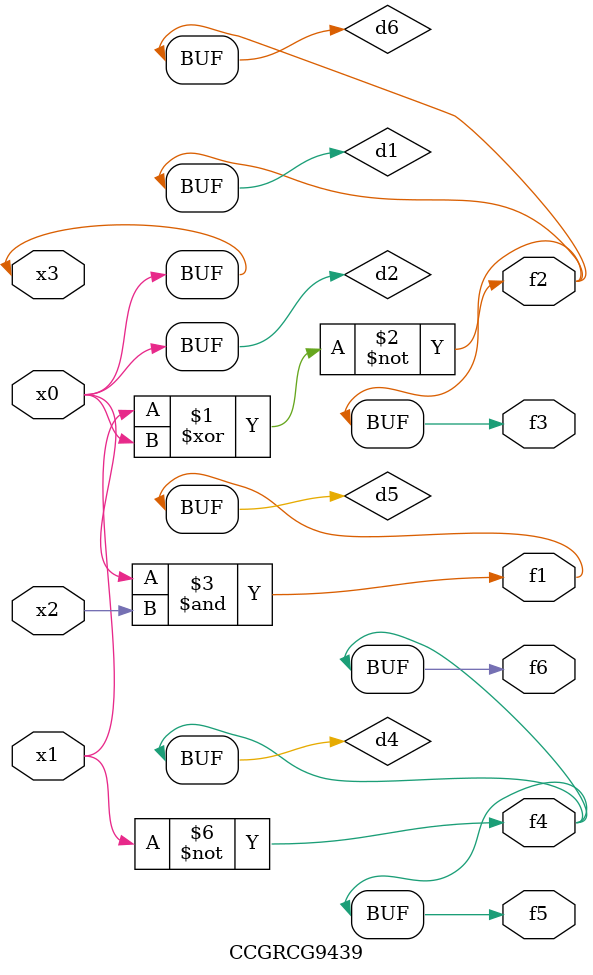
<source format=v>
module CCGRCG9439(
	input x0, x1, x2, x3,
	output f1, f2, f3, f4, f5, f6
);

	wire d1, d2, d3, d4, d5, d6;

	xnor (d1, x1, x3);
	buf (d2, x0, x3);
	nand (d3, x0, x2);
	not (d4, x1);
	nand (d5, d3);
	or (d6, d1);
	assign f1 = d5;
	assign f2 = d6;
	assign f3 = d6;
	assign f4 = d4;
	assign f5 = d4;
	assign f6 = d4;
endmodule

</source>
